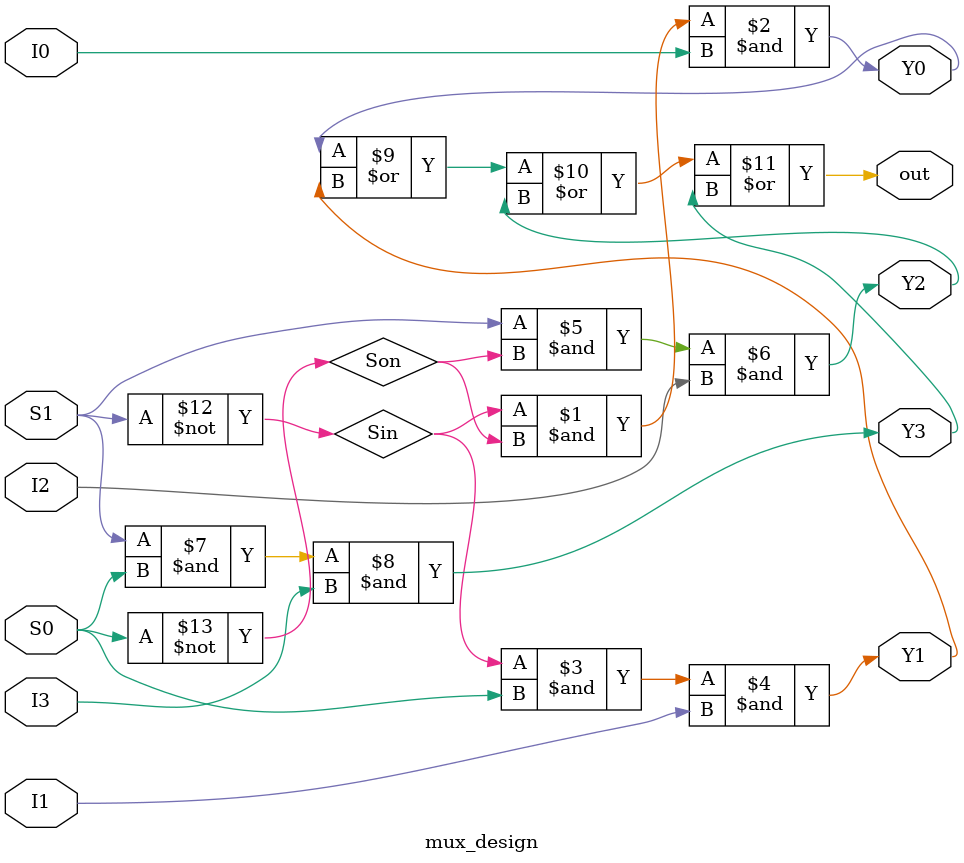
<source format=v>
module mux_design (out,I0,I1,I2,I3,S0,S1,Y0,Y1,Y2,Y3);
input I0,I1,I2,I3,S0,S1;
output out,Y0,Y1,Y2,Y3;
wire Sin,Son;

not(Sin,S1);
not(Son,S0);
and(Y0,Sin,Son,I0);
and(Y1,Sin,S0,I1);
and(Y2,S1,Son,I2);
and(Y3,S1,S0,I3);
or(out,Y0,Y1,Y2,Y3);
endmodule


</source>
